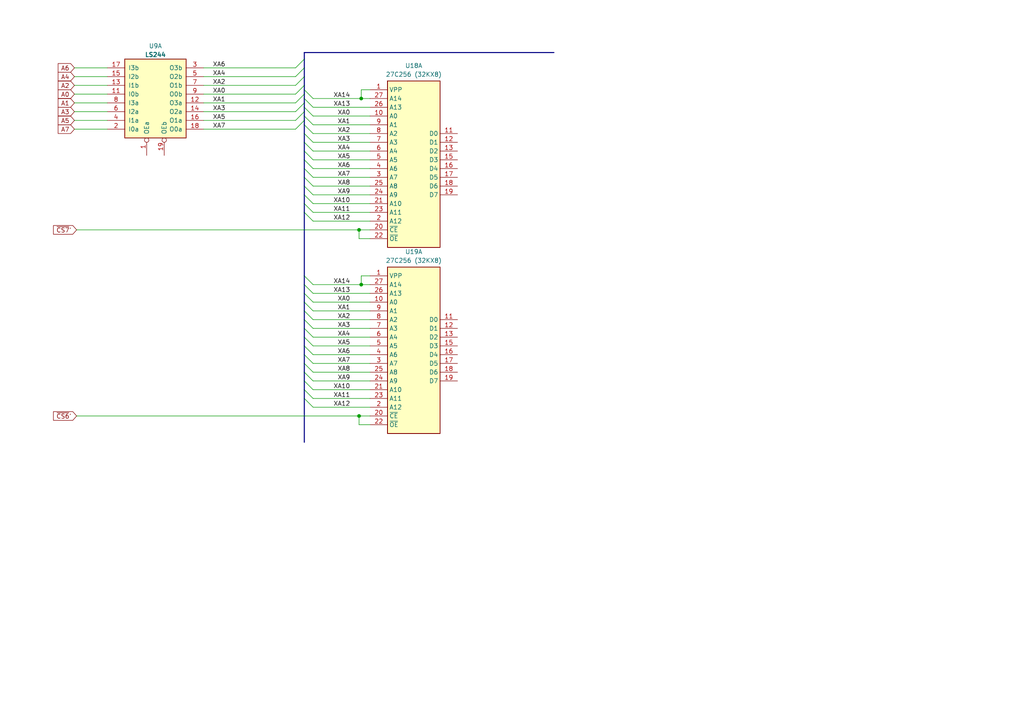
<source format=kicad_sch>
(kicad_sch (version 20230121) (generator eeschema)
  (paper "A4")
  (lib_symbols
    (symbol "Mad5150_early:27C256"
      (property "Reference" "U" (at 0 -1.27 0))
      (property "Value" "27C256 (32KX8)" (at -7.62 -25.4 0))
      (symbol "27C256_1_1"
        (rectangle (start -7.62 24.13) (end 7.62 -24.13) (stroke (width 0.254)) (fill (type background)))
        (pin input line (at -12.7 21.59 0) (length 5.08) (name "VPP") (number "1"))
        (pin input line (at -12.7 13.97 0) (length 5.08) (name "A0") (number "10"))
        (pin tri_state line (at 12.7 8.89 180) (length 5.08) (name "D0") (number "11"))
        (pin tri_state line (at 12.7 6.35 180) (length 5.08) (name "D1") (number "12"))
        (pin tri_state line (at 12.7 3.81 180) (length 5.08) (name "D2") (number "13"))
        (pin tri_state line (at 12.7 1.27 180) (length 5.08) (name "D3") (number "15"))
        (pin tri_state line (at 12.7 -1.27 180) (length 5.08) (name "D4") (number "16"))
        (pin tri_state line (at 12.7 -3.81 180) (length 5.08) (name "D5") (number "17"))
        (pin tri_state line (at 12.7 -6.35 180) (length 5.08) (name "D6") (number "18"))
        (pin tri_state line (at 12.7 -8.89 180) (length 5.08) (name "D7") (number "19"))
        (pin input line (at -12.7 -16.51 0) (length 5.08) (name "A12") (number "2"))
        (pin input line (at -12.7 -19.05 0) (length 5.08) (name "~{CE}") (number "20"))
        (pin input line (at -12.7 -11.43 0) (length 5.08) (name "A10") (number "21"))
        (pin input line (at -12.7 -21.59 0) (length 5.08) (name "~{OE}") (number "22"))
        (pin input line (at -12.7 -13.97 0) (length 5.08) (name "A11") (number "23"))
        (pin input line (at -12.7 -8.89 0) (length 5.08) (name "A9") (number "24"))
        (pin input line (at -12.7 -6.35 0) (length 5.08) (name "A8") (number "25"))
        (pin input line (at -12.7 16.51 0) (length 5.08) (name "A13") (number "26"))
        (pin input line (at -12.7 19.05 0) (length 5.08) (name "A14") (number "27"))
        (pin input line (at -12.7 -3.81 0) (length 5.08) (name "A7") (number "3"))
        (pin input line (at -12.7 -1.27 0) (length 5.08) (name "A6") (number "4"))
        (pin input line (at -12.7 1.27 0) (length 5.08) (name "A5") (number "5"))
        (pin input line (at -12.7 3.81 0) (length 5.08) (name "A4") (number "6"))
        (pin input line (at -12.7 6.35 0) (length 5.08) (name "A3") (number "7"))
        (pin input line (at -12.7 8.89 0) (length 5.08) (name "A2") (number "8"))
        (pin input line (at -12.7 11.43 0) (length 5.08) (name "A1") (number "9"))
      )
      (symbol "27C256_2_1"
        (rectangle (start -3.81 8.89) (end 3.81 -8.89) (stroke (width 0.254)) (fill (type background)))
        (pin power_in line (at 0 -13.97 90) (length 5.08) (name "GND") (number "14"))
        (pin power_in line (at 0 13.97 270) (length 5.08) (name "VCC") (number "28"))
      )
    )
    (symbol "Mad5150_early:LS00_U24" (pin_names (offset 1.016))
      (property "Reference" "U" (at 0 1.27 0))
      (property "Value" "LS00_U24" (at 0 -1.27 0))
      (symbol "LS00_U24_1_1"
        (arc (start 0 -3.81) (mid 3.7934 0) (end 0 3.81) (stroke (width 0.254)) (fill (type background)))
        (polyline (pts (xy 0 3.81) (xy -3.81 3.81) (xy -3.81 -3.81) (xy 0 -3.81)) (stroke (width 0.254)) (fill (type background)))
        (pin input line (at -7.62 2.54 0) (length 3.81) (name "~") (number "1"))
        (pin input line (at -7.62 -2.54 0) (length 3.81) (name "~") (number "2"))
        (pin output inverted (at 7.62 0 180) (length 3.81) (name "~") (number "3"))
      )
      (symbol "LS00_U24_1_2"
        (arc (start -3.81 -3.81) (mid -2.589 0) (end -3.81 3.81) (stroke (width 0.254)))
        (arc (start -0.6096 -3.81) (mid 2.1842 -2.5851) (end 3.81 0) (stroke (width 0.254)) (fill (type background)))
        (polyline (pts (xy -3.81 -3.81) (xy -0.635 -3.81)) (stroke (width 0.254)) (fill (type background)))
        (polyline (pts (xy -3.81 3.81) (xy -0.635 3.81)) (stroke (width 0.254)) (fill (type background)))
        (polyline (pts (xy -0.635 3.81) (xy -3.81 3.81) (xy -3.81 3.81) (xy -3.556 3.4036) (xy -3.0226 2.2606) (xy -2.6924 1.0414) (xy -2.6162 -0.254) (xy -2.7686 -1.4986) (xy -3.175 -2.7178) (xy -3.81 -3.81) (xy -3.81 -3.81) (xy -0.635 -3.81)) (stroke (width -25.4)) (fill (type background)))
        (arc (start 3.81 0) (mid 2.1915 2.5936) (end -0.6096 3.81) (stroke (width 0.254)) (fill (type background)))
        (pin input inverted (at -7.62 2.54 0) (length 4.318) (name "~") (number "1"))
        (pin input inverted (at -7.62 -2.54 0) (length 4.318) (name "~") (number "2"))
        (pin output line (at 7.62 0 180) (length 3.81) (name "~") (number "3"))
      )
      (symbol "LS00_U24_2_1"
        (arc (start 0 -3.81) (mid 3.7934 0) (end 0 3.81) (stroke (width 0.254)) (fill (type background)))
        (polyline (pts (xy 0 3.81) (xy -3.81 3.81) (xy -3.81 -3.81) (xy 0 -3.81)) (stroke (width 0.254)) (fill (type background)))
        (pin input line (at -7.62 2.54 0) (length 3.81) (name "~") (number "4"))
        (pin input line (at -7.62 -2.54 0) (length 3.81) (name "~") (number "5"))
        (pin output inverted (at 7.62 0 180) (length 3.81) (name "~") (number "6"))
      )
      (symbol "LS00_U24_2_2"
        (arc (start -3.81 -3.81) (mid -2.589 0) (end -3.81 3.81) (stroke (width 0.254)))
        (arc (start -0.6096 -3.81) (mid 2.1842 -2.5851) (end 3.81 0) (stroke (width 0.254)) (fill (type background)))
        (polyline (pts (xy -3.81 -3.81) (xy -0.635 -3.81)) (stroke (width 0.254)) (fill (type background)))
        (polyline (pts (xy -3.81 3.81) (xy -0.635 3.81)) (stroke (width 0.254)) (fill (type background)))
        (polyline (pts (xy -0.635 3.81) (xy -3.81 3.81) (xy -3.81 3.81) (xy -3.556 3.4036) (xy -3.0226 2.2606) (xy -2.6924 1.0414) (xy -2.6162 -0.254) (xy -2.7686 -1.4986) (xy -3.175 -2.7178) (xy -3.81 -3.81) (xy -3.81 -3.81) (xy -0.635 -3.81)) (stroke (width -25.4)) (fill (type background)))
        (arc (start 3.81 0) (mid 2.1915 2.5936) (end -0.6096 3.81) (stroke (width 0.254)) (fill (type background)))
        (pin input inverted (at -7.62 2.54 0) (length 4.318) (name "~") (number "4"))
        (pin input inverted (at -7.62 -2.54 0) (length 4.318) (name "~") (number "5"))
        (pin output line (at 7.62 0 180) (length 3.81) (name "~") (number "6"))
      )
      (symbol "LS00_U24_3_1"
        (arc (start 0 -3.81) (mid 3.7934 0) (end 0 3.81) (stroke (width 0.254)) (fill (type background)))
        (polyline (pts (xy 0 3.81) (xy -3.81 3.81) (xy -3.81 -3.81) (xy 0 -3.81)) (stroke (width 0.254)) (fill (type background)))
        (pin input line (at -7.62 -2.54 0) (length 3.81) (name "~") (number "10"))
        (pin output inverted (at 7.62 0 180) (length 3.81) (name "~") (number "8"))
        (pin input line (at -7.62 2.54 0) (length 3.81) (name "~") (number "9"))
      )
      (symbol "LS00_U24_3_2"
        (arc (start -3.81 -3.81) (mid -2.589 0) (end -3.81 3.81) (stroke (width 0.254)))
        (arc (start -0.6096 -3.81) (mid 2.1842 -2.5851) (end 3.81 0) (stroke (width 0.254)) (fill (type background)))
        (polyline (pts (xy -3.81 -3.81) (xy -0.635 -3.81)) (stroke (width 0.254)) (fill (type background)))
        (polyline (pts (xy -3.81 3.81) (xy -0.635 3.81)) (stroke (width 0.254)) (fill (type background)))
        (polyline (pts (xy -0.635 3.81) (xy -3.81 3.81) (xy -3.81 3.81) (xy -3.556 3.4036) (xy -3.0226 2.2606) (xy -2.6924 1.0414) (xy -2.6162 -0.254) (xy -2.7686 -1.4986) (xy -3.175 -2.7178) (xy -3.81 -3.81) (xy -3.81 -3.81) (xy -0.635 -3.81)) (stroke (width -25.4)) (fill (type background)))
        (arc (start 3.81 0) (mid 2.1915 2.5936) (end -0.6096 3.81) (stroke (width 0.254)) (fill (type background)))
        (pin input inverted (at -7.62 -2.54 0) (length 4.318) (name "~") (number "10"))
        (pin output line (at 7.62 0 180) (length 3.81) (name "~") (number "8"))
        (pin input inverted (at -7.62 2.54 0) (length 4.318) (name "~") (number "9"))
      )
      (symbol "LS00_U24_4_1"
        (arc (start 0 -3.81) (mid 3.7934 0) (end 0 3.81) (stroke (width 0.254)) (fill (type background)))
        (polyline (pts (xy 0 3.81) (xy -3.81 3.81) (xy -3.81 -3.81) (xy 0 -3.81)) (stroke (width 0.254)) (fill (type background)))
        (pin output inverted (at 7.62 0 180) (length 3.81) (name "~") (number "11"))
        (pin input line (at -7.62 2.54 0) (length 3.81) (name "~") (number "12"))
        (pin input line (at -7.62 -2.54 0) (length 3.81) (name "~") (number "13"))
      )
      (symbol "LS00_U24_4_2"
        (arc (start -3.81 -3.81) (mid -2.589 0) (end -3.81 3.81) (stroke (width 0.254)))
        (arc (start -0.6096 -3.81) (mid 2.1842 -2.5851) (end 3.81 0) (stroke (width 0.254)) (fill (type background)))
        (polyline (pts (xy -3.81 -3.81) (xy -0.635 -3.81)) (stroke (width 0.254)) (fill (type background)))
        (polyline (pts (xy -3.81 3.81) (xy -0.635 3.81)) (stroke (width 0.254)) (fill (type background)))
        (polyline (pts (xy -0.635 3.81) (xy -3.81 3.81) (xy -3.81 3.81) (xy -3.556 3.4036) (xy -3.0226 2.2606) (xy -2.6924 1.0414) (xy -2.6162 -0.254) (xy -2.7686 -1.4986) (xy -3.175 -2.7178) (xy -3.81 -3.81) (xy -3.81 -3.81) (xy -0.635 -3.81)) (stroke (width -25.4)) (fill (type background)))
        (arc (start 3.81 0) (mid 2.1915 2.5936) (end -0.6096 3.81) (stroke (width 0.254)) (fill (type background)))
        (pin output line (at 7.62 0 180) (length 3.81) (name "~") (number "11"))
        (pin input inverted (at -7.62 2.54 0) (length 4.318) (name "~") (number "12"))
        (pin input inverted (at -7.62 -2.54 0) (length 4.318) (name "~") (number "13"))
      )
      (symbol "LS00_U24_5_0"
        (pin power_in line (at 0 12.7 270) (length 5.08) (name "VCC") (number "14"))
        (pin power_in line (at 0 -12.7 90) (length 5.08) (name "GND") (number "7"))
      )
      (symbol "LS00_U24_5_1"
        (rectangle (start -5.08 7.62) (end 5.08 -7.62) (stroke (width 0.254)) (fill (type background)))
      )
    )
    (symbol "Mad5150_early:LS243_U13" (pin_names (offset 1.016))
      (property "Reference" "U" (at 0 5.08 0))
      (property "Value" "LS243_U13" (at 0 2.54 0))
      (symbol "LS243_U13_1_0"
        (pin input inverted (at -2.54 -11.43 90) (length 5.08) (name "OEa") (number "1"))
        (pin tri_state line (at -12.7 1.27 0) (length 5.08) (name "B1") (number "10"))
        (pin tri_state line (at -12.7 3.81 0) (length 5.08) (name "B0") (number "11"))
        (pin input line (at 2.54 -11.43 90) (length 5.08) (name "OEb") (number "13"))
        (pin input line (at 12.7 3.81 180) (length 5.08) (name "A0") (number "3"))
        (pin input line (at 12.7 1.27 180) (length 5.08) (name "A1") (number "4"))
        (pin input line (at 12.7 -1.27 180) (length 5.08) (name "A2") (number "5"))
        (pin input line (at 12.7 -3.81 180) (length 5.08) (name "A3") (number "6"))
        (pin tri_state line (at -12.7 -3.81 0) (length 5.08) (name "B3") (number "8"))
        (pin tri_state line (at -12.7 -1.27 0) (length 5.08) (name "B2") (number "9"))
      )
      (symbol "LS243_U13_1_1"
        (rectangle (start -7.62 6.35) (end 7.62 -6.35) (stroke (width 0.254)) (fill (type background)))
      )
      (symbol "LS243_U13_2_0"
        (pin power_in line (at 0 11.43 270) (length 5.08) (name "VCC") (number "14"))
        (pin power_in line (at 0 -11.43 90) (length 5.08) (name "GND") (number "7"))
      )
      (symbol "LS243_U13_2_1"
        (rectangle (start -2.54 6.35) (end 2.54 -6.35) (stroke (width 0.254)) (fill (type background)))
      )
    )
    (symbol "Mad5150_early:LS244_U14" (pin_names (offset 1.016))
      (property "Reference" "U" (at 0 -1.27 0))
      (property "Value" "LS244" (at 0 1.27 0))
      (symbol "LS244_U14_1_0"
        (pin input inverted (at -2.54 -16.51 90) (length 5.08) (name "OEa") (number "1"))
        (pin input line (at -13.97 1.27 0) (length 5.08) (name "I0b") (number "11"))
        (pin tri_state line (at 13.97 -1.27 180) (length 5.08) (name "O3a") (number "12"))
        (pin input line (at -13.97 3.81 0) (length 5.08) (name "I1b") (number "13"))
        (pin tri_state line (at 13.97 -3.81 180) (length 5.08) (name "O2a") (number "14"))
        (pin input line (at -13.97 6.35 0) (length 5.08) (name "I2b") (number "15"))
        (pin tri_state line (at 13.97 -6.35 180) (length 5.08) (name "O1a") (number "16"))
        (pin input line (at -13.97 8.89 0) (length 5.08) (name "I3b") (number "17"))
        (pin tri_state line (at 13.97 -8.89 180) (length 5.08) (name "O0a") (number "18"))
        (pin input inverted (at 2.54 -16.51 90) (length 5.08) (name "OEb") (number "19"))
        (pin input line (at -13.97 -8.89 0) (length 5.08) (name "I0a") (number "2"))
        (pin tri_state line (at 13.97 8.89 180) (length 5.08) (name "O3b") (number "3"))
        (pin input line (at -13.97 -6.35 0) (length 5.08) (name "I1a") (number "4"))
        (pin tri_state line (at 13.97 6.35 180) (length 5.08) (name "O2b") (number "5"))
        (pin input line (at -13.97 -3.81 0) (length 5.08) (name "I2a") (number "6"))
        (pin tri_state line (at 13.97 3.81 180) (length 5.08) (name "O1b") (number "7"))
        (pin input line (at -13.97 -1.27 0) (length 5.08) (name "I3a") (number "8"))
        (pin tri_state line (at 13.97 1.27 180) (length 5.08) (name "O0b") (number "9"))
      )
      (symbol "LS244_U14_1_1"
        (rectangle (start -8.89 11.43) (end 8.89 -11.43) (stroke (width 0.254)) (fill (type background)))
      )
      (symbol "LS244_U14_2_0"
        (pin power_in line (at 0 -12.7 90) (length 5.08) (name "GND") (number "10"))
        (pin power_in line (at 0 12.7 270) (length 5.08) (name "VCC") (number "20"))
      )
      (symbol "LS244_U14_2_1"
        (rectangle (start -5.08 7.62) (end 5.08 -7.62) (stroke (width 0.254)) (fill (type background)))
      )
    )
    (symbol "Mad5150_early:LS244_U16" (pin_names (offset 1.016))
      (property "Reference" "U" (at 0 -1.27 0))
      (property "Value" "LS244" (at 0 1.27 0))
      (symbol "LS244_U16_1_0"
        (pin input inverted (at -2.54 -16.51 90) (length 5.08) (name "OEa") (number "1"))
        (pin input line (at -13.97 -8.89 0) (length 5.08) (name "I0b") (number "11"))
        (pin tri_state line (at 13.97 -1.27 180) (length 5.08) (name "O3a") (number "12"))
        (pin input line (at -13.97 3.81 0) (length 5.08) (name "I1b") (number "13"))
        (pin tri_state line (at 13.97 1.27 180) (length 5.08) (name "O2a") (number "14"))
        (pin input line (at -13.97 6.35 0) (length 5.08) (name "I2b") (number "15"))
        (pin tri_state line (at 13.97 -6.35 180) (length 5.08) (name "O1a") (number "16"))
        (pin input line (at -13.97 -3.81 0) (length 5.08) (name "I3b") (number "17"))
        (pin tri_state line (at 13.97 8.89 180) (length 5.08) (name "O0a") (number "18"))
        (pin input inverted (at 2.54 -16.51 90) (length 5.08) (name "OEb") (number "19"))
        (pin input line (at -13.97 8.89 0) (length 5.08) (name "I0a") (number "2"))
        (pin tri_state line (at 13.97 -3.81 180) (length 5.08) (name "O3b") (number "3"))
        (pin input line (at -13.97 -6.35 0) (length 5.08) (name "I1a") (number "4"))
        (pin tri_state line (at 13.97 6.35 180) (length 5.08) (name "O2b") (number "5"))
        (pin input line (at -13.97 1.27 0) (length 5.08) (name "I2a") (number "6"))
        (pin tri_state line (at 13.97 3.81 180) (length 5.08) (name "O1b") (number "7"))
        (pin input line (at -13.97 -1.27 0) (length 5.08) (name "I3a") (number "8"))
        (pin tri_state line (at 13.97 -8.89 180) (length 5.08) (name "O0b") (number "9"))
      )
      (symbol "LS244_U16_1_1"
        (rectangle (start -8.89 11.43) (end 8.89 -11.43) (stroke (width 0.254)) (fill (type background)))
      )
      (symbol "LS244_U16_2_0"
        (pin power_in line (at 0 -12.7 90) (length 5.08) (name "GND") (number "10"))
        (pin power_in line (at 0 12.7 270) (length 5.08) (name "VCC") (number "20"))
      )
      (symbol "LS244_U16_2_1"
        (rectangle (start -5.08 7.62) (end 5.08 -7.62) (stroke (width 0.254)) (fill (type background)))
      )
    )
    (symbol "Mad5150_early:LS244_U17" (pin_names (offset 1.016))
      (property "Reference" "U" (at 0 -1.27 0))
      (property "Value" "LS244" (at 0 1.27 0))
      (symbol "LS244_U17_1_0"
        (pin input inverted (at -2.54 -16.51 90) (length 5.08) (name "OEa") (number "1"))
        (pin input line (at -13.97 1.27 0) (length 5.08) (name "I0b") (number "11"))
        (pin tri_state line (at 13.97 -1.27 180) (length 5.08) (name "O3a") (number "12"))
        (pin input line (at -13.97 3.81 0) (length 5.08) (name "I1b") (number "13"))
        (pin tri_state line (at 13.97 -3.81 180) (length 5.08) (name "O2a") (number "14"))
        (pin input line (at -13.97 6.35 0) (length 5.08) (name "I2b") (number "15"))
        (pin tri_state line (at 13.97 -6.35 180) (length 5.08) (name "O1a") (number "16"))
        (pin input line (at -13.97 8.89 0) (length 5.08) (name "I3b") (number "17"))
        (pin tri_state line (at 13.97 -8.89 180) (length 5.08) (name "O0a") (number "18"))
        (pin input inverted (at 2.54 -16.51 90) (length 5.08) (name "OEb") (number "19"))
        (pin input line (at -13.97 -8.89 0) (length 5.08) (name "I0a") (number "2"))
        (pin tri_state line (at 13.97 8.89 180) (length 5.08) (name "O3b") (number "3"))
        (pin input line (at -13.97 -6.35 0) (length 5.08) (name "I1a") (number "4"))
        (pin tri_state line (at 13.97 6.35 180) (length 5.08) (name "O2b") (number "5"))
        (pin input line (at -13.97 -3.81 0) (length 5.08) (name "I2a") (number "6"))
        (pin tri_state line (at 13.97 3.81 180) (length 5.08) (name "O1b") (number "7"))
        (pin input line (at -13.97 -1.27 0) (length 5.08) (name "I3a") (number "8"))
        (pin tri_state line (at 13.97 1.27 180) (length 5.08) (name "O0b") (number "9"))
      )
      (symbol "LS244_U17_1_1"
        (rectangle (start -8.89 11.43) (end 8.89 -11.43) (stroke (width 0.254)) (fill (type background)))
      )
      (symbol "LS244_U17_2_0"
        (pin power_in line (at 0 -12.7 90) (length 5.08) (name "GND") (number "10"))
        (pin power_in line (at 0 12.7 270) (length 5.08) (name "VCC") (number "20"))
      )
      (symbol "LS244_U17_2_1"
        (rectangle (start -5.08 7.62) (end 5.08 -7.62) (stroke (width 0.254)) (fill (type background)))
      )
    )
    (symbol "Mad5150_early:LS245_U15" (pin_names (offset 1.016))
      (property "Reference" "U" (at 0 0 0))
      (property "Value" "LS245" (at 0 2.54 0))
      (symbol "LS245_U15_1_0"
        (pin input line (at -2.54 -16.51 90) (length 5.08) (name "A->B") (number "1"))
        (pin tri_state line (at 12.7 -8.89 180) (length 5.08) (name "B7") (number "11"))
        (pin tri_state line (at 12.7 -6.35 180) (length 5.08) (name "B6") (number "12"))
        (pin tri_state line (at 12.7 -3.81 180) (length 5.08) (name "B5") (number "13"))
        (pin tri_state line (at 12.7 -1.27 180) (length 5.08) (name "B4") (number "14"))
        (pin tri_state line (at 12.7 1.27 180) (length 5.08) (name "B3") (number "15"))
        (pin tri_state line (at 12.7 3.81 180) (length 5.08) (name "B2") (number "16"))
        (pin tri_state line (at 12.7 6.35 180) (length 5.08) (name "B1") (number "17"))
        (pin tri_state line (at 12.7 8.89 180) (length 5.08) (name "B0") (number "18"))
        (pin input inverted (at 2.54 -16.51 90) (length 5.08) (name "CE") (number "19"))
        (pin tri_state line (at -12.7 8.89 0) (length 5.08) (name "A0") (number "2"))
        (pin tri_state line (at -12.7 6.35 0) (length 5.08) (name "A1") (number "3"))
        (pin tri_state line (at -12.7 3.81 0) (length 5.08) (name "A2") (number "4"))
        (pin tri_state line (at -12.7 1.27 0) (length 5.08) (name "A3") (number "5"))
        (pin tri_state line (at -12.7 -1.27 0) (length 5.08) (name "A4") (number "6"))
        (pin tri_state line (at -12.7 -3.81 0) (length 5.08) (name "A5") (number "7"))
        (pin tri_state line (at -12.7 -6.35 0) (length 5.08) (name "A6") (number "8"))
        (pin tri_state line (at -12.7 -8.89 0) (length 5.08) (name "A7") (number "9"))
      )
      (symbol "LS245_U15_1_1"
        (rectangle (start -7.62 11.43) (end 7.62 -11.43) (stroke (width 0.254)) (fill (type background)))
      )
      (symbol "LS245_U15_2_0"
        (pin power_in line (at 0 -12.7 90) (length 5.08) (name "GND") (number "10"))
        (pin power_in line (at 0 13.97 270) (length 5.08) (name "VCC") (number "20"))
      )
      (symbol "LS245_U15_2_1"
        (rectangle (start -3.81 8.89) (end 3.81 -7.62) (stroke (width 0.254)) (fill (type background)))
      )
    )
    (symbol "Mad5150_early:LS27_U23" (pin_names (offset 1.016))
      (property "Reference" "U" (at 0 1.27 0))
      (property "Value" "LS27_U23" (at 0 -1.27 0))
      (symbol "LS27_U23_1_1"
        (arc (start -3.81 -3.81) (mid -2.589 0) (end -3.81 3.81) (stroke (width 0.254)))
        (arc (start -0.6096 -3.81) (mid 2.1842 -2.5851) (end 3.81 0) (stroke (width 0.254)) (fill (type background)))
        (polyline (pts (xy -3.81 -3.81) (xy -0.635 -3.81)) (stroke (width 0.254)) (fill (type background)))
        (polyline (pts (xy -3.81 3.81) (xy -0.635 3.81)) (stroke (width 0.254)) (fill (type background)))
        (polyline (pts (xy -0.635 3.81) (xy -3.81 3.81) (xy -3.81 3.81) (xy -3.556 3.4036) (xy -3.0226 2.2606) (xy -2.6924 1.0414) (xy -2.6162 -0.254) (xy -2.7686 -1.4986) (xy -3.175 -2.7178) (xy -3.81 -3.81) (xy -3.81 -3.81) (xy -0.635 -3.81)) (stroke (width -25.4)) (fill (type background)))
        (arc (start 3.81 0) (mid 2.1915 2.5936) (end -0.6096 3.81) (stroke (width 0.254)) (fill (type background)))
        (pin input line (at -7.62 -2.54 0) (length 4.318) (name "~") (number "1"))
        (pin output inverted (at 7.62 0 180) (length 3.81) (name "~") (number "12"))
        (pin input line (at -7.62 0 0) (length 4.953) (name "~") (number "13"))
        (pin input line (at -7.62 2.54 0) (length 4.318) (name "~") (number "2"))
      )
      (symbol "LS27_U23_2_1"
        (arc (start -3.81 -3.81) (mid -2.589 0) (end -3.81 3.81) (stroke (width 0.254)))
        (arc (start -0.6096 -3.81) (mid 2.1842 -2.5851) (end 3.81 0) (stroke (width 0.254)) (fill (type background)))
        (polyline (pts (xy -3.81 -3.81) (xy -0.635 -3.81)) (stroke (width 0.254)) (fill (type background)))
        (polyline (pts (xy -3.81 3.81) (xy -0.635 3.81)) (stroke (width 0.254)) (fill (type background)))
        (polyline (pts (xy -0.635 3.81) (xy -3.81 3.81) (xy -3.81 3.81) (xy -3.556 3.4036) (xy -3.0226 2.2606) (xy -2.6924 1.0414) (xy -2.6162 -0.254) (xy -2.7686 -1.4986) (xy -3.175 -2.7178) (xy -3.81 -3.81) (xy -3.81 -3.81) (xy -0.635 -3.81)) (stroke (width -25.4)) (fill (type background)))
        (arc (start 3.81 0) (mid 2.1915 2.5936) (end -0.6096 3.81) (stroke (width 0.254)) (fill (type background)))
        (pin input line (at -7.62 2.54 0) (length 4.318) (name "~") (number "3"))
        (pin input line (at -7.62 -2.54 0) (length 4.318) (name "~") (number "4"))
        (pin input line (at -7.62 0 0) (length 4.953) (name "~") (number "5"))
        (pin output inverted (at 7.62 0 180) (length 3.81) (name "~") (number "6"))
      )
      (symbol "LS27_U23_3_1"
        (arc (start -3.81 -3.81) (mid -2.589 0) (end -3.81 3.81) (stroke (width 0.254)))
        (arc (start -0.6096 -3.81) (mid 2.1842 -2.5851) (end 3.81 0) (stroke (width 0.254)) (fill (type background)))
        (polyline (pts (xy -3.81 -3.81) (xy -0.635 -3.81)) (stroke (width 0.254)) (fill (type background)))
        (polyline (pts (xy -3.81 3.81) (xy -0.635 3.81)) (stroke (width 0.254)) (fill (type background)))
        (polyline (pts (xy -0.635 3.81) (xy -3.81 3.81) (xy -3.81 3.81) (xy -3.556 3.4036) (xy -3.0226 2.2606) (xy -2.6924 1.0414) (xy -2.6162 -0.254) (xy -2.7686 -1.4986) (xy -3.175 -2.7178) (xy -3.81 -3.81) (xy -3.81 -3.81) (xy -0.635 -3.81)) (stroke (width -25.4)) (fill (type background)))
        (arc (start 3.81 0) (mid 2.1915 2.5936) (end -0.6096 3.81) (stroke (width 0.254)) (fill (type background)))
        (pin input line (at -7.62 0 0) (length 4.953) (name "~") (number "10"))
        (pin input line (at -7.62 -2.54 0) (length 4.318) (name "~") (number "11"))
        (pin output inverted (at 7.62 0 180) (length 3.81) (name "~") (number "8"))
        (pin input line (at -7.62 2.54 0) (length 4.318) (name "~") (number "9"))
      )
      (symbol "LS27_U23_4_0"
        (pin power_in line (at 0 12.7 270) (length 5.08) (name "VCC") (number "14"))
        (pin power_in line (at 0 -12.7 90) (length 5.08) (name "GND") (number "7"))
      )
      (symbol "LS27_U23_4_1"
        (rectangle (start -5.08 7.62) (end 5.08 -7.62) (stroke (width 0.254)) (fill (type background)))
      )
    )
    (symbol "Mad5150_early:Resistor_Network"
      (property "Reference" "RN" (at 0.635 0.635 0))
      (property "Value" "4.7K" (at 0.635 0.635 0))
      (symbol "Resistor_Network_1_1"
        (rectangle (start -1.27 3.175) (end 1.27 -3.175))
        (pin passive line (at 0 5.715 270) (length 2.54) (name "~") (number "1"))
        (pin passive line (at 0 -5.715 90) (length 2.54) (name "~") (number "16"))
      )
      (symbol "Resistor_Network_2_0"
        (pin passive line (at 0 -5.715 90) (length 2.54) (name "~") (number "16"))
        (pin passive line (at 0 5.715 270) (length 2.54) (name "~") (number "2"))
      )
      (symbol "Resistor_Network_2_1"
        (rectangle (start -1.27 3.175) (end 1.27 -3.175))
      )
      (symbol "Resistor_Network_3_0"
        (pin passive line (at 0 -5.715 90) (length 2.54) (name "~") (number "16"))
        (pin passive line (at 0 5.715 270) (length 2.54) (name "~") (number "3"))
      )
      (symbol "Resistor_Network_3_1"
        (rectangle (start -1.27 3.175) (end 1.27 -3.175))
      )
      (symbol "Resistor_Network_4_0"
        (pin passive line (at 0 -5.715 90) (length 2.54) (name "~") (number "16"))
        (pin passive line (at 0 5.715 270) (length 2.54) (name "~") (number "4"))
      )
      (symbol "Resistor_Network_4_1"
        (rectangle (start -1.27 3.175) (end 1.27 -3.175))
      )
      (symbol "Resistor_Network_5_0"
        (pin passive line (at 0 -5.715 90) (length 2.54) (name "~") (number "16"))
        (pin passive line (at 0 5.715 270) (length 2.54) (name "~") (number "5"))
      )
      (symbol "Resistor_Network_5_1"
        (rectangle (start -1.27 3.175) (end 1.27 -3.175))
      )
      (symbol "Resistor_Network_6_0"
        (pin passive line (at 0 -5.715 90) (length 2.54) (name "~") (number "16"))
        (pin passive line (at 0 5.715 270) (length 2.54) (name "~") (number "6"))
      )
      (symbol "Resistor_Network_6_1"
        (rectangle (start -1.27 3.175) (end 1.27 -3.175))
      )
      (symbol "Resistor_Network_7_0"
        (pin passive line (at 0 -5.715 90) (length 2.54) (name "~") (number "16"))
        (pin passive line (at 0 5.715 270) (length 2.54) (name "~") (number "7"))
      )
      (symbol "Resistor_Network_7_1"
        (rectangle (start -1.27 3.175) (end 1.27 -3.175))
      )
      (symbol "Resistor_Network_8_0"
        (pin passive line (at 0 -5.715 90) (length 2.54) (name "~") (number "16"))
        (pin passive line (at 0 5.715 270) (length 2.54) (name "~") (number "8"))
      )
      (symbol "Resistor_Network_8_1"
        (rectangle (start -1.27 3.175) (end 1.27 -3.175))
      )
      (symbol "Resistor_Network_9_1"
        (rectangle (start -1.27 3.175) (end 1.27 -3.175))
        (pin passive line (at 0 -5.715 90) (length 2.54) (name "~") (number "16"))
        (pin passive line (at 0 5.715 270) (length 2.54) (name "~") (number "9"))
      )
      (symbol "Resistor_Network_10_1"
        (rectangle (start -1.27 3.175) (end 1.27 -3.175))
        (pin passive line (at 0 5.715 270) (length 2.54) (name "~") (number "10"))
        (pin passive line (at 0 -5.715 90) (length 2.54) (name "~") (number "16"))
      )
      (symbol "Resistor_Network_11_1"
        (rectangle (start -1.27 3.175) (end 1.27 -3.175))
        (pin passive line (at 0 5.715 270) (length 2.54) (name "~") (number "11"))
        (pin passive line (at 0 -5.715 90) (length 2.54) (name "~") (number "16"))
      )
      (symbol "Resistor_Network_12_1"
        (rectangle (start -1.27 3.175) (end 1.27 -3.175))
        (pin passive line (at 0 5.715 270) (length 2.54) (name "~") (number "12"))
        (pin passive line (at 0 -5.715 90) (length 2.54) (name "~") (number "16"))
      )
      (symbol "Resistor_Network_13_1"
        (rectangle (start -1.27 3.175) (end 1.27 -3.175))
        (pin passive line (at 0 5.715 270) (length 2.54) (name "~") (number "13"))
        (pin passive line (at 0 -5.715 90) (length 2.54) (name "~") (number "16"))
      )
      (symbol "Resistor_Network_14_1"
        (rectangle (start -1.27 3.175) (end 1.27 -3.175))
        (pin passive line (at 0 5.715 270) (length 2.54) (name "~") (number "14"))
        (pin passive line (at 0 -5.715 90) (length 2.54) (name "~") (number "16"))
      )
      (symbol "Resistor_Network_15_1"
        (rectangle (start -1.27 3.175) (end 1.27 -3.175))
        (pin passive line (at 0 5.715 270) (length 2.54) (name "~") (number "15"))
        (pin passive line (at 0 -5.715 90) (length 2.54) (name "~") (number "16"))
      )
    )
  )
  (junction (at 104.14 66.675))
  (junction (at 104.775 82.55))
  (junction (at 104.775 28.575))
  (junction (at 104.14 120.65))
  (bus_entry (at 88.265 31.115) (size 2.54 2.54))
  (bus_entry (at 88.265 29.845) (size -2.54 2.54))
  (bus_entry (at 88.265 95.25) (size 2.54 2.54))
  (bus_entry (at 88.265 38.735) (size 2.54 2.54))
  (bus_entry (at 88.265 48.895) (size 2.54 2.54))
  (bus_entry (at 88.265 53.975) (size 2.54 2.54))
  (bus_entry (at 88.265 82.55) (size 2.54 2.54))
  (bus_entry (at 88.265 36.195) (size 2.54 2.54))
  (bus_entry (at 88.265 32.385) (size -2.54 2.54))
  (bus_entry (at 88.265 102.87) (size 2.54 2.54))
  (bus_entry (at 88.265 105.41) (size 2.54 2.54))
  (bus_entry (at 88.265 110.49) (size 2.54 2.54))
  (bus_entry (at 88.265 115.57) (size 2.54 2.54))
  (bus_entry (at 88.265 19.685) (size -2.54 2.54))
  (bus_entry (at 88.265 27.305) (size -2.54 2.54))
  (bus_entry (at 88.265 92.71) (size 2.54 2.54))
  (bus_entry (at 88.265 107.95) (size 2.54 2.54))
  (bus_entry (at 88.265 17.145) (size -2.54 2.54))
  (bus_entry (at 88.265 56.515) (size 2.54 2.54))
  (bus_entry (at 88.265 87.63) (size 2.54 2.54))
  (bus_entry (at 88.265 51.435) (size 2.54 2.54))
  (bus_entry (at 88.265 46.355) (size 2.54 2.54))
  (bus_entry (at 88.265 97.79) (size 2.54 2.54))
  (bus_entry (at 88.265 26.035) (size 2.54 2.54))
  (bus_entry (at 88.265 59.055) (size 2.54 2.54))
  (bus_entry (at 88.265 24.765) (size -2.54 2.54))
  (bus_entry (at 88.265 22.225) (size -2.54 2.54))
  (bus_entry (at 88.265 33.655) (size 2.54 2.54))
  (bus_entry (at 88.265 34.925) (size -2.54 2.54))
  (bus_entry (at 88.265 113.03) (size 2.54 2.54))
  (bus_entry (at 88.265 41.275) (size 2.54 2.54))
  (bus_entry (at 88.265 43.815) (size 2.54 2.54))
  (bus_entry (at 88.265 28.575) (size 2.54 2.54))
  (bus_entry (at 88.265 61.595) (size 2.54 2.54))
  (bus_entry (at 88.265 90.17) (size 2.54 2.54))
  (bus_entry (at 88.265 100.33) (size 2.54 2.54))
  (bus_entry (at 88.265 80.01) (size 2.54 2.54))
  (bus_entry (at 88.265 85.09) (size 2.54 2.54))
  (wire (pts (xy 104.775 80.01) (xy 104.775 82.55)))
  (wire (pts (xy 90.805 28.575) (xy 104.775 28.575)))
  (wire (pts (xy 90.805 90.17) (xy 107.315 90.17)))
  (wire (pts (xy 90.805 107.95) (xy 107.315 107.95)))
  (bus (pts (xy 88.265 113.03) (xy 88.265 115.57)))
  (wire (pts (xy 90.805 97.79) (xy 107.315 97.79)))
  (wire (pts (xy 22.225 66.675) (xy 104.14 66.675)))
  (wire (pts (xy 90.805 36.195) (xy 107.315 36.195)))
  (bus (pts (xy 88.265 107.95) (xy 88.265 110.49)))
  (bus (pts (xy 88.265 15.24) (xy 88.265 17.145)))
  (wire (pts (xy 21.59 34.925) (xy 31.115 34.925)))
  (bus (pts (xy 88.265 90.17) (xy 88.265 92.71)))
  (bus (pts (xy 88.265 61.595) (xy 88.265 80.01)))
  (bus (pts (xy 88.265 27.305) (xy 88.265 28.575)))
  (wire (pts (xy 90.805 46.355) (xy 107.315 46.355)))
  (bus (pts (xy 88.265 33.655) (xy 88.265 34.925)))
  (bus (pts (xy 88.265 115.57) (xy 88.265 128.27)))
  (wire (pts (xy 90.805 51.435) (xy 107.315 51.435)))
  (wire (pts (xy 90.805 118.11) (xy 107.315 118.11)))
  (wire (pts (xy 107.315 69.215) (xy 104.14 69.215)))
  (bus (pts (xy 88.265 15.24) (xy 160.655 15.24)))
  (bus (pts (xy 88.265 38.735) (xy 88.265 41.275)))
  (wire (pts (xy 85.725 34.925) (xy 59.055 34.925)))
  (wire (pts (xy 90.805 56.515) (xy 107.315 56.515)))
  (wire (pts (xy 104.775 82.55) (xy 107.315 82.55)))
  (bus (pts (xy 88.265 97.79) (xy 88.265 100.33)))
  (wire (pts (xy 85.725 27.305) (xy 59.055 27.305)))
  (wire (pts (xy 90.805 33.655) (xy 107.315 33.655)))
  (wire (pts (xy 21.59 32.385) (xy 31.115 32.385)))
  (wire (pts (xy 90.805 38.735) (xy 107.315 38.735)))
  (bus (pts (xy 88.265 19.685) (xy 88.265 22.225)))
  (wire (pts (xy 104.14 66.675) (xy 107.315 66.675)))
  (wire (pts (xy 90.805 100.33) (xy 107.315 100.33)))
  (wire (pts (xy 104.775 26.035) (xy 104.775 28.575)))
  (wire (pts (xy 90.805 53.975) (xy 107.315 53.975)))
  (bus (pts (xy 88.265 95.25) (xy 88.265 97.79)))
  (wire (pts (xy 85.725 37.465) (xy 59.055 37.465)))
  (bus (pts (xy 88.265 32.385) (xy 88.265 33.655)))
  (wire (pts (xy 90.805 59.055) (xy 107.315 59.055)))
  (wire (pts (xy 85.725 29.845) (xy 59.055 29.845)))
  (wire (pts (xy 90.805 102.87) (xy 107.315 102.87)))
  (wire (pts (xy 90.805 43.815) (xy 107.315 43.815)))
  (wire (pts (xy 85.725 32.385) (xy 59.055 32.385)))
  (bus (pts (xy 88.265 26.035) (xy 88.265 27.305)))
  (bus (pts (xy 88.265 100.33) (xy 88.265 102.87)))
  (bus (pts (xy 88.265 43.815) (xy 88.265 46.355)))
  (wire (pts (xy 90.805 41.275) (xy 107.315 41.275)))
  (wire (pts (xy 104.14 120.65) (xy 107.315 120.65)))
  (bus (pts (xy 88.265 110.49) (xy 88.265 113.03)))
  (wire (pts (xy 107.315 123.19) (xy 104.14 123.19)))
  (wire (pts (xy 90.805 115.57) (xy 107.315 115.57)))
  (wire (pts (xy 90.805 105.41) (xy 107.315 105.41)))
  (bus (pts (xy 88.265 29.845) (xy 88.265 31.115)))
  (bus (pts (xy 88.265 36.195) (xy 88.265 38.735)))
  (bus (pts (xy 88.265 51.435) (xy 88.265 53.975)))
  (wire (pts (xy 107.315 26.035) (xy 104.775 26.035)))
  (wire (pts (xy 107.315 80.01) (xy 104.775 80.01)))
  (bus (pts (xy 88.265 80.01) (xy 88.265 82.55)))
  (wire (pts (xy 21.59 37.465) (xy 31.115 37.465)))
  (wire (pts (xy 21.59 27.305) (xy 31.115 27.305)))
  (wire (pts (xy 90.805 95.25) (xy 107.315 95.25)))
  (wire (pts (xy 104.14 66.675) (xy 104.14 69.215)))
  (bus (pts (xy 88.265 53.975) (xy 88.265 56.515)))
  (bus (pts (xy 88.265 82.55) (xy 88.265 85.09)))
  (wire (pts (xy 90.805 92.71) (xy 107.315 92.71)))
  (bus (pts (xy 88.265 41.275) (xy 88.265 43.815)))
  (bus (pts (xy 88.265 34.925) (xy 88.265 36.195)))
  (wire (pts (xy 90.805 87.63) (xy 107.315 87.63)))
  (wire (pts (xy 85.725 19.685) (xy 59.055 19.685)))
  (bus (pts (xy 88.265 28.575) (xy 88.265 29.845)))
  (wire (pts (xy 90.805 85.09) (xy 107.315 85.09)))
  (wire (pts (xy 104.775 28.575) (xy 107.315 28.575)))
  (bus (pts (xy 88.265 87.63) (xy 88.265 90.17)))
  (wire (pts (xy 21.59 19.685) (xy 31.115 19.685)))
  (wire (pts (xy 104.14 120.65) (xy 104.14 123.19)))
  (bus (pts (xy 88.265 85.09) (xy 88.265 87.63)))
  (wire (pts (xy 90.805 48.895) (xy 107.315 48.895)))
  (wire (pts (xy 90.805 31.115) (xy 107.315 31.115)))
  (wire (pts (xy 21.59 24.765) (xy 31.115 24.765)))
  (bus (pts (xy 88.265 56.515) (xy 88.265 59.055)))
  (wire (pts (xy 90.805 61.595) (xy 107.315 61.595)))
  (wire (pts (xy 21.59 29.845) (xy 31.115 29.845)))
  (bus (pts (xy 88.265 22.225) (xy 88.265 24.765)))
  (bus (pts (xy 88.265 105.41) (xy 88.265 107.95)))
  (wire (pts (xy 22.225 120.65) (xy 104.14 120.65)))
  (wire (pts (xy 90.805 82.55) (xy 104.775 82.55)))
  (wire (pts (xy 21.59 22.225) (xy 31.115 22.225)))
  (bus (pts (xy 88.265 17.145) (xy 88.265 19.685)))
  (bus (pts (xy 88.265 24.765) (xy 88.265 26.035)))
  (wire (pts (xy 85.725 22.225) (xy 59.055 22.225)))
  (wire (pts (xy 90.805 110.49) (xy 107.315 110.49)))
  (wire (pts (xy 90.805 113.03) (xy 107.315 113.03)))
  (bus (pts (xy 88.265 59.055) (xy 88.265 61.595)))
  (wire (pts (xy 90.805 64.135) (xy 107.315 64.135)))
  (bus (pts (xy 88.265 92.71) (xy 88.265 95.25)))
  (bus (pts (xy 88.265 31.115) (xy 88.265 32.385)))
  (wire (pts (xy 85.725 24.765) (xy 59.055 24.765)))
  (bus (pts (xy 88.265 46.355) (xy 88.265 48.895)))
  (bus (pts (xy 88.265 102.87) (xy 88.265 105.41)))
  (bus (pts (xy 88.265 48.895) (xy 88.265 51.435)))
  (label "XA12" (at 101.6 118.11 180))
  (label "XA3" (at 101.6 41.275 180))
  (label "XA9" (at 101.6 56.515 180))
  (label "XA4" (at 65.405 22.225 180))
  (label "XA3" (at 101.6 95.25 180))
  (label "XA0" (at 101.6 33.655 180))
  (label "XA13" (at 101.6 31.115 180))
  (label "XA0" (at 65.405 27.305 180))
  (label "XA13" (at 101.6 85.09 180))
  (label "XA2" (at 65.405 24.765 180))
  (label "XA11" (at 101.6 61.595 180))
  (label "XA5" (at 101.6 100.33 180))
  (label "XA8" (at 101.6 53.975 180))
  (label "XA2" (at 101.6 38.735 180))
  (label "XA1" (at 65.405 29.845 180))
  (label "XA9" (at 101.6 110.49 180))
  (label "XA6" (at 65.405 19.685 180))
  (label "XA7" (at 65.405 37.465 180))
  (label "XA1" (at 101.6 90.17 180))
  (label "XA11" (at 101.6 115.57 180))
  (label "XA8" (at 101.6 107.95 180))
  (label "XA10" (at 101.6 113.03 180))
  (label "XA6" (at 101.6 48.895 180))
  (label "XA2" (at 101.6 92.71 180))
  (label "XA5" (at 65.405 34.925 180))
  (label "XA0" (at 101.6 87.63 180))
  (label "XA4" (at 101.6 43.815 180))
  (label "XA12" (at 101.6 64.135 180))
  (label "XA14" (at 101.6 82.55 180))
  (label "XA4" (at 101.6 97.79 180))
  (label "XA5" (at 101.6 46.355 180))
  (label "XA10" (at 101.6 59.055 180))
  (label "XA6" (at 101.6 102.87 180))
  (label "XA7" (at 101.6 51.435 180))
  (label "XA14" (at 101.6 28.575 180))
  (label "XA1" (at 101.6 36.195 180))
  (label "XA3" (at 65.405 32.385 180))
  (label "XA7" (at 101.6 105.41 180))
  (global_label "A6" (shape input) (at 21.59 19.685 180) (property "Intersheetrefs" "${INTERSHEET_REFS}" (effects hide)))
  (global_label "~{CS7}'" (shape input) (at 22.225 66.675 180) (property "Intersheetrefs" "${INTERSHEET_REFS}" (effects hide)))
  (global_label "A0" (shape input) (at 21.59 27.305 180) (property "Intersheetrefs" "${INTERSHEET_REFS}" (effects hide)))
  (global_label "A3" (shape input) (at 21.59 32.385 180) (property "Intersheetrefs" "${INTERSHEET_REFS}" (effects hide)))
  (global_label "A1" (shape input) (at 21.59 29.845 180) (property "Intersheetrefs" "${INTERSHEET_REFS}" (effects hide)))
  (global_label "~{CS6}'" (shape input) (at 22.225 120.65 180) (property "Intersheetrefs" "${INTERSHEET_REFS}" (effects hide)))
  (global_label "A4" (shape input) (at 21.59 22.225 180) (property "Intersheetrefs" "${INTERSHEET_REFS}" (effects hide)))
  (global_label "A7" (shape input) (at 21.59 37.465 180) (property "Intersheetrefs" "${INTERSHEET_REFS}" (effects hide)))
  (global_label "A2" (shape input) (at 21.59 24.765 180) (property "Intersheetrefs" "${INTERSHEET_REFS}" (effects hide)))
  (global_label "A5" (shape input) (at 21.59 34.925 180) (property "Intersheetrefs" "${INTERSHEET_REFS}" (effects hide)))
  (symbol (lib_id "Mad5150_early:LS245_U15") (at 347.98 -40.64 0) (unit 2)
    (property "Reference" "U15" (at 353.06 -42.545 0) (effects (justify left)))
    (property "Value" "LS245" (at 353.06 -40.005 0) (effects (justify left)))
    (property "Footprint" "Package_DIP:DIP-20_W7.62mm" (effects hide))
    (property "Datasheet" "http://www.ti.com/lit/gpn/sn74LS245" (effects hide))
  )
  (symbol (lib_id "Mad5150_early:27C256") (at 422.275 179.07 0) (unit 2)
    (property "Reference" "U18" (at 427.99 177.8 0) (effects (justify left)))
    (property "Value" "27C256 (32KX8)" (at 427.99 180.34 0) (effects (justify left)))
    (property "Footprint" "Package_DIP:DIP-28_W15.24mm" (effects hide))
    (property "Datasheet" "http://ww1.microchip.com/downloads/en/DeviceDoc/doc0014.pdf" (effects hide))
  )
  (symbol (lib_id "Mad5150_early:27C256") (at 120.015 101.6 0) (unit 1)
    (property "Reference" "U19" (at 120.015 73.025 0))
    (property "Value" "27C256 (32KX8)" (at 120.015 75.565 0))
    (property "Footprint" "Package_DIP:DIP-28_W15.24mm" (effects hide))
    (property "Datasheet" "http://ww1.microchip.com/downloads/en/DeviceDoc/doc0014.pdf" (effects hide))
  )
  (symbol (lib_id "Mad5150_early:Resistor_Network") (at 462.915 24.13 0) (unit 3)
    (property "Reference" "RN1" (at 466.725 23.495 0) (effects (justify left)))
    (property "Value" "4.7K" (at 466.725 26.035 0) (effects (justify left)))
    (property "Footprint" "Package_DIP:DIP-16_W7.62mm" (effects hide))
  )
  (symbol (lib_id "Mad5150_early:LS244_U17") (at 83.185 -37.465 0) (unit 2)
    (property "Reference" "U17" (at 90.17 -38.735 0) (effects (justify left)))
    (property "Value" "LS244" (at 90.17 -36.195 0) (effects (font bold) (justify left)))
    (property "Footprint" "Package_DIP:DIP-20_W7.62mm" (effects hide))
    (property "Datasheet" "http://www.ti.com/lit/ds/symlink/sn74ls244.pdf" (effects hide))
  )
  (symbol (lib_id "Mad5150_early:Resistor_Network") (at 474.98 23.495 0) (unit 4)
    (property "Reference" "RN1" (at 478.79 22.86 0) (effects (justify left)))
    (property "Value" "4.7K" (at 478.79 25.4 0) (effects (justify left)))
    (property "Footprint" "Package_DIP:DIP-16_W7.62mm" (effects hide))
  )
  (symbol (lib_id "Mad5150_early:LS244_U17") (at 45.085 28.575 0) (unit 1)
    (property "Reference" "U9" (at 45.085 13.335 0))
    (property "Value" "LS244" (at 45.085 15.875 0) (effects (font bold)))
    (property "Footprint" "Package_DIP:DIP-20_W7.62mm" (effects hide))
    (property "Datasheet" "http://www.ti.com/lit/ds/symlink/sn74ls244.pdf" (effects hide))
  )
  (symbol (lib_id "Mad5150_early:LS27_U23") (at 384.81 50.165 0) (unit 2)
    (property "Reference" "U23" (at 384.81 41.91 0))
    (property "Value" "LS27_U23" (at 384.81 44.45 0))
    (property "Footprint" "Package_DIP:DIP-14_W7.62mm" (effects hide))
    (property "Datasheet" "http://www.ti.com/lit/gpn/sn74LS27" (effects hide))
  )
  (symbol (lib_id "Mad5150_early:Resistor_Network") (at 452.755 23.495 0) (unit 2)
    (property "Reference" "RN1" (at 454.66 22.86 0) (effects (justify left)))
    (property "Value" "4.7K" (at 454.66 25.4 0) (effects (justify left)))
    (property "Footprint" "Package_DIP:DIP-16_W7.62mm" (effects hide))
  )
  (symbol (lib_id "Mad5150_early:LS27_U23") (at 385.445 64.77 0) (unit 3)
    (property "Reference" "U23" (at 385.445 55.88 0))
    (property "Value" "LS27_U23" (at 385.445 58.42 0))
    (property "Footprint" "Package_DIP:DIP-14_W7.62mm" (effects hide))
    (property "Datasheet" "http://www.ti.com/lit/gpn/sn74LS27" (effects hide))
  )
  (symbol (lib_id "Mad5150_early:Resistor_Network") (at 426.72 23.495 0) (unit 10)
    (property "Reference" "RN1" (at 428.625 22.86 0) (effects (justify left)))
    (property "Value" "4.7K" (at 428.625 25.4 0) (effects (justify left)))
    (property "Footprint" "Package_DIP:DIP-16_W7.62mm" (effects hide))
  )
  (symbol (lib_id "Mad5150_early:LS244_U16") (at 267.335 -40.64 0) (unit 2)
    (property "Reference" "U16" (at 274.32 -41.91 0) (effects (justify left)))
    (property "Value" "LS244" (at 274.32 -39.37 0) (effects (font bold) (justify left)))
    (property "Footprint" "Package_DIP:DIP-20_W7.62mm" (effects hide))
    (property "Datasheet" "http://www.ti.com/lit/ds/symlink/sn74ls244.pdf" (effects hide))
  )
  (symbol (lib_id "Mad5150_early:LS244_U16") (at 234.95 -41.91 0) (unit 1)
    (property "Reference" "U16" (at 234.95 -57.15 0))
    (property "Value" "LS244" (at 234.95 -54.61 0) (effects (font bold)))
    (property "Footprint" "Package_DIP:DIP-20_W7.62mm" (effects hide))
    (property "Datasheet" "http://www.ti.com/lit/ds/symlink/sn74ls244.pdf" (effects hide))
  )
  (symbol (lib_id "Mad5150_early:27C256") (at 120.015 47.625 0) (unit 1)
    (property "Reference" "U18" (at 120.015 19.05 0))
    (property "Value" "27C256 (32KX8)" (at 120.015 21.59 0))
    (property "Footprint" "Package_DIP:DIP-28_W15.24mm" (effects hide))
    (property "Datasheet" "http://ww1.microchip.com/downloads/en/DeviceDoc/doc0014.pdf" (effects hide))
  )
  (symbol (lib_id "Mad5150_early:27C256") (at 420.37 249.555 0) (unit 2)
    (property "Reference" "U19" (at 425.45 248.285 0) (effects (justify left)))
    (property "Value" "27C256 (32KX8)" (at 425.45 250.825 0) (effects (justify left)))
    (property "Footprint" "Package_DIP:DIP-28_W15.24mm" (effects hide))
    (property "Datasheet" "http://ww1.microchip.com/downloads/en/DeviceDoc/doc0014.pdf" (effects hide))
  )
  (symbol (lib_id "Mad5150_early:LS27_U23") (at 384.175 84.455 0) (unit 4)
    (property "Reference" "U23" (at 391.16 83.185 0) (effects (justify left)))
    (property "Value" "LS27_U23" (at 391.16 85.725 0) (effects (justify left)))
    (property "Footprint" "Package_DIP:DIP-14_W7.62mm" (effects hide))
    (property "Datasheet" "http://www.ti.com/lit/gpn/sn74LS27" (effects hide))
  )
  (symbol (lib_id "Mad5150_early:LS243_U13") (at 401.955 -44.45 0) (unit 1)
    (property "Reference" "U13" (at 401.955 -54.61 0))
    (property "Value" "LS243_U13" (at 401.955 -52.07 0) (effects (font bold)))
    (property "Footprint" "Package_DIP:DIP-12_W7.62mm_LongPads" (effects hide))
    (property "Datasheet" "http://www.ti.com/lit/gpn/sn74LS243" (effects hide))
  )
  (symbol (lib_id "Mad5150_early:LS244_U14") (at 176.53 -38.1 0) (unit 2)
    (property "Reference" "U14" (at 182.88 -39.37 0) (effects (justify left)))
    (property "Value" "LS244" (at 182.88 -36.83 0) (effects (font bold) (justify left)))
    (property "Footprint" "Package_DIP:DIP-20_W7.62mm" (effects hide))
    (property "Datasheet" "http://www.ti.com/lit/ds/symlink/sn74ls244.pdf" (effects hide))
  )
  (symbol (lib_id "Mad5150_early:LS00_U24") (at 363.7711 -3.8381 0) (mirror x) (unit 4)
    (property "Reference" "U24" (at 363.22 -3.81 0))
    (property "Value" "LS00_U24" (at 364.49 -9.525 0))
    (property "Footprint" "Package_DIP:DIP-14_W7.62mm" (effects hide))
    (property "Datasheet" "http://www.ti.com/lit/gpn/sn74ls00" (effects hide))
  )
  (symbol (lib_id "Mad5150_early:Resistor_Network") (at 441.96 23.495 0) (unit 1)
    (property "Reference" "RN1" (at 445.77 22.86 0) (effects (justify left)))
    (property "Value" "4.7K" (at 445.77 25.4 0) (effects (justify left)))
    (property "Footprint" "Package_DIP:DIP-16_W7.62mm" (effects hide))
  )
  (symbol (lib_id "Mad5150_early:LS243_U13") (at 429.26 -43.18 0) (unit 2)
    (property "Reference" "U13" (at 433.07 -44.45 0) (effects (justify left)))
    (property "Value" "LS243_U13" (at 433.07 -41.91 0) (effects (font bold) (justify left)))
    (property "Footprint" "Package_DIP:DIP-12_W7.62mm_LongPads" (effects hide))
    (property "Datasheet" "http://www.ti.com/lit/gpn/sn74LS243" (effects hide))
  )
  (symbol (lib_id "Mad5150_early:LS245_U15") (at 324.485 -42.545 0) (unit 1)
    (property "Reference" "U15" (at 324.485 -57.15 0))
    (property "Value" "LS245" (at 324.485 -54.61 0))
    (property "Footprint" "Package_DIP:DIP-20_W7.62mm" (effects hide))
    (property "Datasheet" "http://www.ti.com/lit/gpn/sn74LS245" (effects hide))
  )
  (symbol (lib_id "Mad5150_early:LS27_U23") (at 383.54 33.02 0) (unit 1)
    (property "Reference" "U23" (at 383.54 24.13 0))
    (property "Value" "LS27_U23" (at 383.54 26.67 0))
    (property "Footprint" "Package_DIP:DIP-14_W7.62mm" (effects hide))
    (property "Datasheet" "http://www.ti.com/lit/gpn/sn74LS27" (effects hide))
  )
  (symbol (lib_id "Mad5150_early:LS244_U14") (at 148.59 -39.37 0) (unit 1)
    (property "Reference" "U14" (at 148.59 -54.61 0))
    (property "Value" "LS244" (at 148.59 -52.07 0) (effects (font bold)))
    (property "Footprint" "Package_DIP:DIP-20_W7.62mm" (effects hide))
    (property "Datasheet" "http://www.ti.com/lit/ds/symlink/sn74ls244.pdf" (effects hide))
  )
)
</source>
